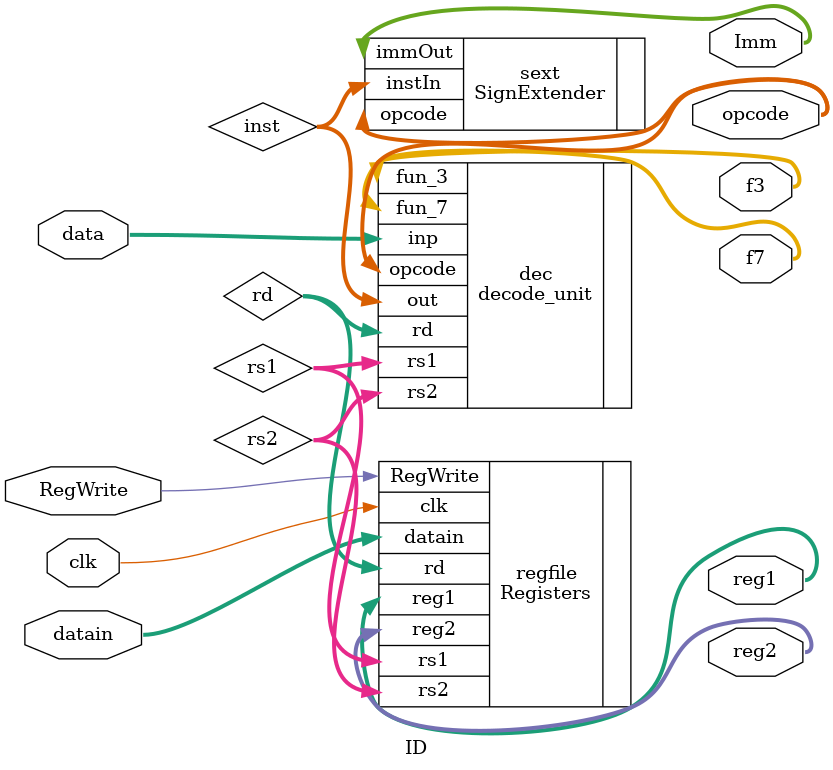
<source format=sv>
`timescale 1ns / 1ps

module ID(data, f3, f7, opcode,RegWrite, Imm, reg1,reg2, datain,clk);
	input logic [31:0] data;
	output logic [2:0] f3;
	output logic [6:0] f7;
	output logic [6:0] opcode;
	input bit RegWrite;
	input bit clk;
	output logic [31:0] Imm;
	output logic [31:0] reg1;
	output logic [31:0] reg2;
	input logic [31:0] datain;
	logic [31:0] inst;
	logic [4:0] rs1;
	logic [4:0] rs2;
	logic [4:0] rd;
	decode_unit dec(.inp(data), .opcode(opcode), .out(inst), .rs1(rs1), .rs2(rs2), .rd(rd), .fun_3(f3), .fun_7(f7));
	//decoder dec(.(data), .(opcode), .(inst), .(rs1), .(rs2), .(rd), .(f3), .(f7));
	SignExtender sext(.opcode(opcode), .instIn(inst), .immOut(Imm));
	Registers regfile(.rs1(rs1),.rs2(rs2),.RegWrite(RegWrite),.rd(rd),.clk(clk),.reg1(reg1),.reg2(reg2),.datain(datain));
endmodule

</source>
